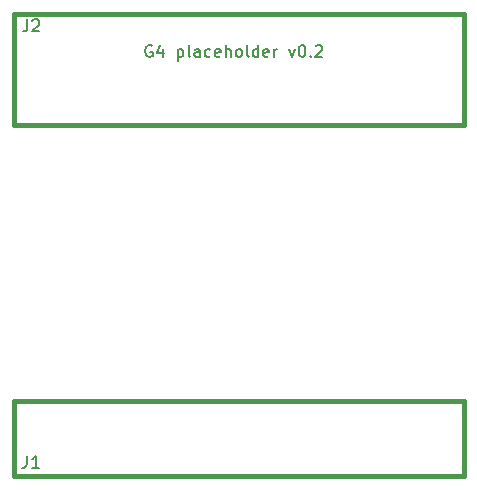
<source format=gbr>
%TF.GenerationSoftware,KiCad,Pcbnew,5.1.6*%
%TF.CreationDate,2020-09-08T13:50:04-04:00*%
%TF.ProjectId,placeholder,706c6163-6568-46f6-9c64-65722e6b6963,rev?*%
%TF.SameCoordinates,Original*%
%TF.FileFunction,Legend,Top*%
%TF.FilePolarity,Positive*%
%FSLAX46Y46*%
G04 Gerber Fmt 4.6, Leading zero omitted, Abs format (unit mm)*
G04 Created by KiCad (PCBNEW 5.1.6) date 2020-09-08 13:50:04*
%MOMM*%
%LPD*%
G01*
G04 APERTURE LIST*
%ADD10C,0.150000*%
%ADD11C,0.381000*%
%ADD12C,0.203200*%
G04 APERTURE END LIST*
D10*
X62661428Y-53340000D02*
X62566190Y-53292380D01*
X62423333Y-53292380D01*
X62280476Y-53340000D01*
X62185238Y-53435238D01*
X62137619Y-53530476D01*
X62090000Y-53720952D01*
X62090000Y-53863809D01*
X62137619Y-54054285D01*
X62185238Y-54149523D01*
X62280476Y-54244761D01*
X62423333Y-54292380D01*
X62518571Y-54292380D01*
X62661428Y-54244761D01*
X62709047Y-54197142D01*
X62709047Y-53863809D01*
X62518571Y-53863809D01*
X63566190Y-53625714D02*
X63566190Y-54292380D01*
X63328095Y-53244761D02*
X63090000Y-53959047D01*
X63709047Y-53959047D01*
X64851904Y-53625714D02*
X64851904Y-54625714D01*
X64851904Y-53673333D02*
X64947142Y-53625714D01*
X65137619Y-53625714D01*
X65232857Y-53673333D01*
X65280476Y-53720952D01*
X65328095Y-53816190D01*
X65328095Y-54101904D01*
X65280476Y-54197142D01*
X65232857Y-54244761D01*
X65137619Y-54292380D01*
X64947142Y-54292380D01*
X64851904Y-54244761D01*
X65899523Y-54292380D02*
X65804285Y-54244761D01*
X65756666Y-54149523D01*
X65756666Y-53292380D01*
X66709047Y-54292380D02*
X66709047Y-53768571D01*
X66661428Y-53673333D01*
X66566190Y-53625714D01*
X66375714Y-53625714D01*
X66280476Y-53673333D01*
X66709047Y-54244761D02*
X66613809Y-54292380D01*
X66375714Y-54292380D01*
X66280476Y-54244761D01*
X66232857Y-54149523D01*
X66232857Y-54054285D01*
X66280476Y-53959047D01*
X66375714Y-53911428D01*
X66613809Y-53911428D01*
X66709047Y-53863809D01*
X67613809Y-54244761D02*
X67518571Y-54292380D01*
X67328095Y-54292380D01*
X67232857Y-54244761D01*
X67185238Y-54197142D01*
X67137619Y-54101904D01*
X67137619Y-53816190D01*
X67185238Y-53720952D01*
X67232857Y-53673333D01*
X67328095Y-53625714D01*
X67518571Y-53625714D01*
X67613809Y-53673333D01*
X68423333Y-54244761D02*
X68328095Y-54292380D01*
X68137619Y-54292380D01*
X68042380Y-54244761D01*
X67994761Y-54149523D01*
X67994761Y-53768571D01*
X68042380Y-53673333D01*
X68137619Y-53625714D01*
X68328095Y-53625714D01*
X68423333Y-53673333D01*
X68470952Y-53768571D01*
X68470952Y-53863809D01*
X67994761Y-53959047D01*
X68899523Y-54292380D02*
X68899523Y-53292380D01*
X69328095Y-54292380D02*
X69328095Y-53768571D01*
X69280476Y-53673333D01*
X69185238Y-53625714D01*
X69042380Y-53625714D01*
X68947142Y-53673333D01*
X68899523Y-53720952D01*
X69947142Y-54292380D02*
X69851904Y-54244761D01*
X69804285Y-54197142D01*
X69756666Y-54101904D01*
X69756666Y-53816190D01*
X69804285Y-53720952D01*
X69851904Y-53673333D01*
X69947142Y-53625714D01*
X70090000Y-53625714D01*
X70185238Y-53673333D01*
X70232857Y-53720952D01*
X70280476Y-53816190D01*
X70280476Y-54101904D01*
X70232857Y-54197142D01*
X70185238Y-54244761D01*
X70090000Y-54292380D01*
X69947142Y-54292380D01*
X70851904Y-54292380D02*
X70756666Y-54244761D01*
X70709047Y-54149523D01*
X70709047Y-53292380D01*
X71661428Y-54292380D02*
X71661428Y-53292380D01*
X71661428Y-54244761D02*
X71566190Y-54292380D01*
X71375714Y-54292380D01*
X71280476Y-54244761D01*
X71232857Y-54197142D01*
X71185238Y-54101904D01*
X71185238Y-53816190D01*
X71232857Y-53720952D01*
X71280476Y-53673333D01*
X71375714Y-53625714D01*
X71566190Y-53625714D01*
X71661428Y-53673333D01*
X72518571Y-54244761D02*
X72423333Y-54292380D01*
X72232857Y-54292380D01*
X72137619Y-54244761D01*
X72090000Y-54149523D01*
X72090000Y-53768571D01*
X72137619Y-53673333D01*
X72232857Y-53625714D01*
X72423333Y-53625714D01*
X72518571Y-53673333D01*
X72566190Y-53768571D01*
X72566190Y-53863809D01*
X72090000Y-53959047D01*
X72994761Y-54292380D02*
X72994761Y-53625714D01*
X72994761Y-53816190D02*
X73042380Y-53720952D01*
X73090000Y-53673333D01*
X73185238Y-53625714D01*
X73280476Y-53625714D01*
X74280476Y-53625714D02*
X74518571Y-54292380D01*
X74756666Y-53625714D01*
X75328095Y-53292380D02*
X75423333Y-53292380D01*
X75518571Y-53340000D01*
X75566190Y-53387619D01*
X75613809Y-53482857D01*
X75661428Y-53673333D01*
X75661428Y-53911428D01*
X75613809Y-54101904D01*
X75566190Y-54197142D01*
X75518571Y-54244761D01*
X75423333Y-54292380D01*
X75328095Y-54292380D01*
X75232857Y-54244761D01*
X75185238Y-54197142D01*
X75137619Y-54101904D01*
X75090000Y-53911428D01*
X75090000Y-53673333D01*
X75137619Y-53482857D01*
X75185238Y-53387619D01*
X75232857Y-53340000D01*
X75328095Y-53292380D01*
X76090000Y-54197142D02*
X76137619Y-54244761D01*
X76090000Y-54292380D01*
X76042380Y-54244761D01*
X76090000Y-54197142D01*
X76090000Y-54292380D01*
X76518571Y-53387619D02*
X76566190Y-53340000D01*
X76661428Y-53292380D01*
X76899523Y-53292380D01*
X76994761Y-53340000D01*
X77042380Y-53387619D01*
X77090000Y-53482857D01*
X77090000Y-53578095D01*
X77042380Y-53720952D01*
X76470952Y-54292380D01*
X77090000Y-54292380D01*
D11*
%TO.C,J2*%
X54760000Y-50622000D02*
X85240000Y-50622000D01*
X85240000Y-60020000D02*
X54760000Y-60020000D01*
X89050000Y-60020000D02*
X89050000Y-51130000D01*
X85240000Y-60020000D02*
X89050000Y-60020000D01*
X50950000Y-60020000D02*
X50950000Y-51130000D01*
X54760000Y-60020000D02*
X50950000Y-60020000D01*
X50950000Y-50622000D02*
X50950000Y-51130000D01*
X54760000Y-50622000D02*
X50950000Y-50622000D01*
X89050000Y-50622000D02*
X89050000Y-51384000D01*
X85240000Y-50622000D02*
X89050000Y-50622000D01*
%TO.C,J1*%
X54760000Y-89780000D02*
X85240000Y-89780000D01*
X54760000Y-83430000D02*
X85240000Y-83430000D01*
X50950000Y-89780000D02*
X56030000Y-89780000D01*
X50950000Y-83430000D02*
X50950000Y-89780000D01*
X54760000Y-83430000D02*
X50950000Y-83430000D01*
X88923000Y-83430000D02*
X89050000Y-83430000D01*
X85367000Y-83430000D02*
X88923000Y-83430000D01*
X85367000Y-89780000D02*
X89050000Y-89780000D01*
X89050000Y-89780000D02*
X89050000Y-83430000D01*
%TO.C,J2*%
D12*
X52112333Y-51123019D02*
X52112333Y-51848733D01*
X52063952Y-51993876D01*
X51967190Y-52090638D01*
X51822047Y-52139019D01*
X51725285Y-52139019D01*
X52547761Y-51219780D02*
X52596142Y-51171400D01*
X52692904Y-51123019D01*
X52934809Y-51123019D01*
X53031571Y-51171400D01*
X53079952Y-51219780D01*
X53128333Y-51316542D01*
X53128333Y-51413304D01*
X53079952Y-51558447D01*
X52499380Y-52139019D01*
X53128333Y-52139019D01*
%TO.C,J1*%
X52086933Y-88054719D02*
X52086933Y-88780433D01*
X52038552Y-88925576D01*
X51941790Y-89022338D01*
X51796647Y-89070719D01*
X51699885Y-89070719D01*
X53102933Y-89070719D02*
X52522361Y-89070719D01*
X52812647Y-89070719D02*
X52812647Y-88054719D01*
X52715885Y-88199861D01*
X52619123Y-88296623D01*
X52522361Y-88345004D01*
%TD*%
M02*

</source>
